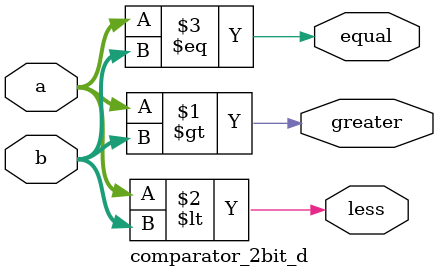
<source format=v>
module comparator_2bit_d(
    input wire [1:0] a,
    input wire [1:0] b,
    output greater,
    output less,
    output equal
);

    assign greater = (a > b);
    assign less    = (a < b);
    assign equal  = (a == b);    

endmodule


</source>
